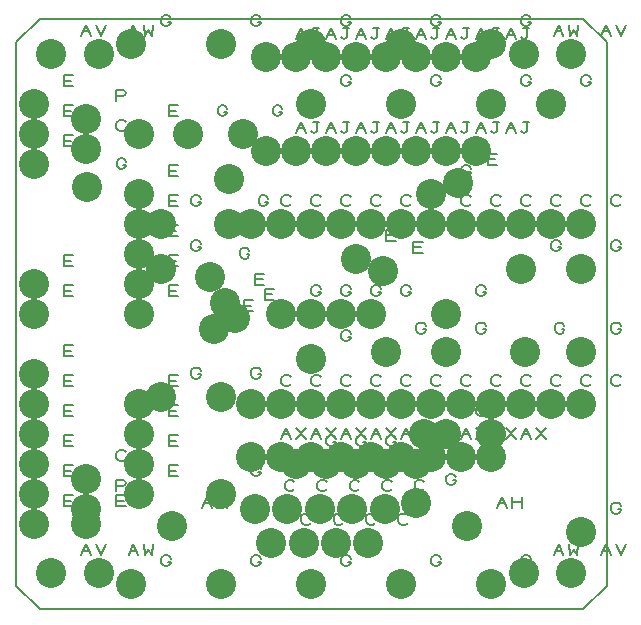
<source format=gbr>
G04 DesignSpark PCB PRO Gerber Version 10.0 Build 5299*
G04 #@! TF.Part,Single*
G04 #@! TF.FileFunction,Drillmap*
G04 #@! TF.FilePolarity,Positive*
%FSLAX35Y35*%
%MOIN*%
%ADD10C,0.00500*%
G04 #@! TA.AperFunction,ViaPad*
%ADD85C,0.10000*%
G04 #@! TD.AperFunction*
X0Y0D02*
D02*
D10*
X52750Y149351D02*
Y153101D01*
X55875D01*
X55250Y151226D02*
X52750D01*
Y149351D02*
X55875D01*
X52750Y159351D02*
Y163101D01*
X55875D01*
X55250Y161226D02*
X52750D01*
Y159351D02*
X55875D01*
X52750Y169351D02*
Y173101D01*
X55875D01*
X55250Y171226D02*
X52750D01*
Y169351D02*
X55875D01*
X52750Y179351D02*
Y183101D01*
X55875D01*
X55250Y181226D02*
X52750D01*
Y179351D02*
X55875D01*
X52750Y189351D02*
Y193101D01*
X55875D01*
X55250Y191226D02*
X52750D01*
Y189351D02*
X55875D01*
X52750Y199351D02*
Y203101D01*
X55875D01*
X55250Y201226D02*
X52750D01*
Y199351D02*
X55875D01*
X52750Y219351D02*
Y223101D01*
X55875D01*
X55250Y221226D02*
X52750D01*
Y219351D02*
X55875D01*
X52750Y229351D02*
Y233101D01*
X55875D01*
X55250Y231226D02*
X52750D01*
Y229351D02*
X55875D01*
X52750Y269351D02*
Y273101D01*
X55875D01*
X55250Y271226D02*
X52750D01*
Y269351D02*
X55875D01*
X52750Y279351D02*
Y283101D01*
X55875D01*
X55250Y281226D02*
X52750D01*
Y279351D02*
X55875D01*
X52750Y289351D02*
Y293101D01*
X55875D01*
X55250Y291226D02*
X52750D01*
Y289351D02*
X55875D01*
X58636Y132938D02*
X60198Y136688D01*
X61761Y132938D01*
X59261Y134500D02*
X61136D01*
X63636Y136688D02*
X65198Y132938D01*
X66761Y136688D01*
X58636Y306166D02*
X60198Y309916D01*
X61761Y306166D01*
X59261Y307729D02*
X61136D01*
X63636Y309916D02*
X65198Y306166D01*
X66761Y309916D01*
X70250Y149351D02*
Y153101D01*
X73375D01*
X72750Y151226D02*
X70250D01*
Y149351D02*
X73375D01*
X70250Y154351D02*
Y158101D01*
X72437D01*
X73063Y157789D01*
X73375Y157164D01*
X73063Y156539D01*
X72437Y156226D01*
X70250D01*
X73375Y164976D02*
X73063Y164664D01*
X72437Y164351D01*
X71500D01*
X70875Y164664D01*
X70563Y164976D01*
X70250Y165601D01*
Y166851D01*
X70563Y167476D01*
X70875Y167789D01*
X71500Y168101D01*
X72437D01*
X73063Y167789D01*
X73375Y167476D01*
Y274976D02*
X73063Y274664D01*
X72437Y274351D01*
X71500D01*
X70875Y274664D01*
X70563Y274976D01*
X70250Y275601D01*
Y276851D01*
X70563Y277476D01*
X70875Y277789D01*
X71500Y278101D01*
X72437D01*
X73063Y277789D01*
X73375Y277476D01*
X70250Y284351D02*
Y288101D01*
X72437D01*
X73063Y287789D01*
X73375Y287164D01*
X73063Y286539D01*
X72437Y286226D01*
X70250D01*
X72556Y263222D02*
X73493D01*
Y262909D01*
X73181Y262285D01*
X72868Y261972D01*
X72243Y261659D01*
X71618D01*
X70993Y261972D01*
X70681Y262285D01*
X70368Y262909D01*
Y264159D01*
X70681Y264785D01*
X70993Y265097D01*
X71618Y265409D01*
X72243D01*
X72868Y265097D01*
X73181Y264785D01*
X73493Y264159D01*
X74384Y132938D02*
X75946Y136688D01*
X77509Y132938D01*
X75009Y134500D02*
X76884D01*
X79384Y136688D02*
X79696Y132938D01*
X80946Y134813D01*
X82196Y132938D01*
X82509Y136688D01*
X74384Y306166D02*
X75946Y309916D01*
X77509Y306166D01*
X75009Y307729D02*
X76884D01*
X79384Y309916D02*
X79696Y306166D01*
X80946Y308041D01*
X82196Y306166D01*
X82509Y309916D01*
X87437Y130914D02*
X88375D01*
Y130601D01*
X88063Y129976D01*
X87750Y129664D01*
X87125Y129351D01*
X86500D01*
X85875Y129664D01*
X85563Y129976D01*
X85250Y130601D01*
Y131851D01*
X85563Y132476D01*
X85875Y132789D01*
X86500Y133101D01*
X87125D01*
X87750Y132789D01*
X88063Y132476D01*
X88375Y131851D01*
X87437Y310897D02*
X88375D01*
Y310584D01*
X88063Y309959D01*
X87750Y309647D01*
X87125Y309334D01*
X86500D01*
X85875Y309647D01*
X85563Y309959D01*
X85250Y310584D01*
Y311834D01*
X85563Y312459D01*
X85875Y312772D01*
X86500Y313084D01*
X87125D01*
X87750Y312772D01*
X88063Y312459D01*
X88375Y311834D01*
X87750Y159351D02*
Y163101D01*
X90875D01*
X90250Y161226D02*
X87750D01*
Y159351D02*
X90875D01*
X87750Y169351D02*
Y173101D01*
X90875D01*
X90250Y171226D02*
X87750D01*
Y169351D02*
X90875D01*
X87750Y179351D02*
Y183101D01*
X90875D01*
X90250Y181226D02*
X87750D01*
Y179351D02*
X90875D01*
X87750Y189351D02*
Y193101D01*
X90875D01*
X90250Y191226D02*
X87750D01*
Y189351D02*
X90875D01*
X87750Y219351D02*
Y223101D01*
X90875D01*
X90250Y221226D02*
X87750D01*
Y219351D02*
X90875D01*
X87750Y229351D02*
Y233101D01*
X90875D01*
X90250Y231226D02*
X87750D01*
Y229351D02*
X90875D01*
X87750Y239351D02*
Y243101D01*
X90875D01*
X90250Y241226D02*
X87750D01*
Y239351D02*
X90875D01*
X87750Y249351D02*
Y253101D01*
X90875D01*
X90250Y251226D02*
X87750D01*
Y249351D02*
X90875D01*
X87750Y259351D02*
Y263101D01*
X90875D01*
X90250Y261226D02*
X87750D01*
Y259351D02*
X90875D01*
X87750Y279351D02*
Y283101D01*
X90875D01*
X90250Y281226D02*
X87750D01*
Y279351D02*
X90875D01*
X97437Y193414D02*
X98375D01*
Y193101D01*
X98063Y192476D01*
X97750Y192164D01*
X97125Y191851D01*
X96500D01*
X95875Y192164D01*
X95563Y192476D01*
X95250Y193101D01*
Y194351D01*
X95563Y194976D01*
X95875Y195289D01*
X96500Y195601D01*
X97125D01*
X97750Y195289D01*
X98063Y194976D01*
X98375Y194351D01*
X97437Y235914D02*
X98375D01*
Y235601D01*
X98063Y234976D01*
X97750Y234664D01*
X97125Y234351D01*
X96500D01*
X95875Y234664D01*
X95563Y234976D01*
X95250Y235601D01*
Y236851D01*
X95563Y237476D01*
X95875Y237789D01*
X96500Y238101D01*
X97125D01*
X97750Y237789D01*
X98063Y237476D01*
X98375Y236851D01*
X97437Y250914D02*
X98375D01*
Y250601D01*
X98063Y249976D01*
X97750Y249664D01*
X97125Y249351D01*
X96500D01*
X95875Y249664D01*
X95563Y249976D01*
X95250Y250601D01*
Y251851D01*
X95563Y252476D01*
X95875Y252789D01*
X96500Y253101D01*
X97125D01*
X97750Y252789D01*
X98063Y252476D01*
X98375Y251851D01*
X98882Y148761D02*
X100444Y152511D01*
X102007Y148761D01*
X99507Y150323D02*
X101382D01*
X103882Y148761D02*
Y152511D01*
Y150636D02*
X107007D01*
Y148761D02*
Y152511D01*
X106252Y280914D02*
X107190D01*
Y280601D01*
X106878Y279976D01*
X106565Y279664D01*
X105940Y279351D01*
X105315D01*
X104690Y279664D01*
X104378Y279976D01*
X104065Y280601D01*
Y281851D01*
X104378Y282476D01*
X104690Y282789D01*
X105315Y283101D01*
X105940D01*
X106565Y282789D01*
X106878Y282476D01*
X107190Y281851D01*
X113687Y233414D02*
X114625D01*
Y233101D01*
X114313Y232476D01*
X114000Y232164D01*
X113375Y231851D01*
X112750D01*
X112125Y232164D01*
X111813Y232476D01*
X111500Y233101D01*
Y234351D01*
X111813Y234976D01*
X112125Y235289D01*
X112750Y235601D01*
X113375D01*
X114000Y235289D01*
X114313Y234976D01*
X114625Y234351D01*
X112750Y214351D02*
Y218101D01*
X115875D01*
X115250Y216226D02*
X112750D01*
Y214351D02*
X115875D01*
X117437Y130914D02*
X118375D01*
Y130601D01*
X118063Y129976D01*
X117750Y129664D01*
X117125Y129351D01*
X116500D01*
X115875Y129664D01*
X115563Y129976D01*
X115250Y130601D01*
Y131851D01*
X115563Y132476D01*
X115875Y132789D01*
X116500Y133101D01*
X117125D01*
X117750Y132789D01*
X118063Y132476D01*
X118375Y131851D01*
X117437Y160914D02*
X118375D01*
Y160601D01*
X118063Y159976D01*
X117750Y159664D01*
X117125Y159351D01*
X116500D01*
X115875Y159664D01*
X115563Y159976D01*
X115250Y160601D01*
Y161851D01*
X115563Y162476D01*
X115875Y162789D01*
X116500Y163101D01*
X117125D01*
X117750Y162789D01*
X118063Y162476D01*
X118375Y161851D01*
X117437Y193414D02*
X118375D01*
Y193101D01*
X118063Y192476D01*
X117750Y192164D01*
X117125Y191851D01*
X116500D01*
X115875Y192164D01*
X115563Y192476D01*
X115250Y193101D01*
Y194351D01*
X115563Y194976D01*
X115875Y195289D01*
X116500Y195601D01*
X117125D01*
X117750Y195289D01*
X118063Y194976D01*
X118375Y194351D01*
X117437Y310897D02*
X118375D01*
Y310584D01*
X118063Y309959D01*
X117750Y309647D01*
X117125Y309334D01*
X116500D01*
X115875Y309647D01*
X115563Y309959D01*
X115250Y310584D01*
Y311834D01*
X115563Y312459D01*
X115875Y312772D01*
X116500Y313084D01*
X117125D01*
X117750Y312772D01*
X118063Y312459D01*
X118375Y311834D01*
X116500Y223101D02*
Y226851D01*
X119625D01*
X119000Y224976D02*
X116500D01*
Y223101D02*
X119625D01*
X119856Y250914D02*
X120794D01*
Y250601D01*
X120481Y249976D01*
X120169Y249664D01*
X119544Y249351D01*
X118919D01*
X118294Y249664D01*
X117981Y249976D01*
X117669Y250601D01*
Y251851D01*
X117981Y252476D01*
X118294Y252789D01*
X118919Y253101D01*
X119544D01*
X120169Y252789D01*
X120481Y252476D01*
X120794Y251851D01*
X119856Y265914D02*
X120794D01*
Y265601D01*
X120481Y264976D01*
X120169Y264664D01*
X119544Y264351D01*
X118919D01*
X118294Y264664D01*
X117981Y264976D01*
X117669Y265601D01*
Y266851D01*
X117981Y267476D01*
X118294Y267789D01*
X118919Y268101D01*
X119544D01*
X120169Y267789D01*
X120481Y267476D01*
X120794Y266851D01*
X119750Y218101D02*
Y221851D01*
X122875D01*
X122250Y219976D02*
X119750D01*
Y218101D02*
X122875D01*
X124598Y280914D02*
X125536D01*
Y280601D01*
X125224Y279976D01*
X124911Y279664D01*
X124286Y279351D01*
X123661D01*
X123036Y279664D01*
X122724Y279976D01*
X122411Y280601D01*
Y281851D01*
X122724Y282476D01*
X123036Y282789D01*
X123661Y283101D01*
X124286D01*
X124911Y282789D01*
X125224Y282476D01*
X125536Y281851D01*
X125250Y171851D02*
X126813Y175601D01*
X128375Y171851D01*
X125875Y173414D02*
X127750D01*
X130250Y171851D02*
X133375Y175601D01*
X130250D02*
X133375Y171851D01*
X128375Y189976D02*
X128063Y189664D01*
X127437Y189351D01*
X126500D01*
X125875Y189664D01*
X125563Y189976D01*
X125250Y190601D01*
Y191851D01*
X125563Y192476D01*
X125875Y192789D01*
X126500Y193101D01*
X127437D01*
X128063Y192789D01*
X128375Y192476D01*
Y249976D02*
X128063Y249664D01*
X127437Y249351D01*
X126500D01*
X125875Y249664D01*
X125563Y249976D01*
X125250Y250601D01*
Y251851D01*
X125563Y252476D01*
X125875Y252789D01*
X126500Y253101D01*
X127437D01*
X128063Y252789D01*
X128375Y252476D01*
X129625Y154976D02*
X129313Y154664D01*
X128687Y154351D01*
X127750D01*
X127125Y154664D01*
X126813Y154976D01*
X126500Y155601D01*
Y156851D01*
X126813Y157476D01*
X127125Y157789D01*
X127750Y158101D01*
X128687D01*
X129313Y157789D01*
X129625Y157476D01*
X130250Y273721D02*
X131813Y277471D01*
X133375Y273721D01*
X130875Y275284D02*
X132750D01*
X135250Y274346D02*
X135563Y274034D01*
X136187Y273721D01*
X136813Y274034D01*
X137125Y274346D01*
Y277471D01*
X137750D01*
X137125D02*
X135875D01*
X130250Y304981D02*
X131813Y308731D01*
X133375Y304981D01*
X130875Y306544D02*
X132750D01*
X135250Y305606D02*
X135563Y305294D01*
X136187Y304981D01*
X136813Y305294D01*
X137125Y305606D01*
Y308731D01*
X137750D01*
X137125D02*
X135875D01*
X135019Y143795D02*
X134706Y143483D01*
X134081Y143170D01*
X133144D01*
X132519Y143483D01*
X132206Y143795D01*
X131894Y144420D01*
Y145670D01*
X132206Y146295D01*
X132519Y146608D01*
X133144Y146920D01*
X134081D01*
X134706Y146608D01*
X135019Y146295D01*
X135250Y171851D02*
X136813Y175601D01*
X138375Y171851D01*
X135875Y173414D02*
X137750D01*
X140250Y171851D02*
X143375Y175601D01*
X140250D02*
X143375Y171851D01*
X138375Y189976D02*
X138063Y189664D01*
X137437Y189351D01*
X136500D01*
X135875Y189664D01*
X135563Y189976D01*
X135250Y190601D01*
Y191851D01*
X135563Y192476D01*
X135875Y192789D01*
X136500Y193101D01*
X137437D01*
X138063Y192789D01*
X138375Y192476D01*
X137437Y220914D02*
X138375D01*
Y220601D01*
X138063Y219976D01*
X137750Y219664D01*
X137125Y219351D01*
X136500D01*
X135875Y219664D01*
X135563Y219976D01*
X135250Y220601D01*
Y221851D01*
X135563Y222476D01*
X135875Y222789D01*
X136500Y223101D01*
X137125D01*
X137750Y222789D01*
X138063Y222476D01*
X138375Y221851D01*
Y249976D02*
X138063Y249664D01*
X137437Y249351D01*
X136500D01*
X135875Y249664D01*
X135563Y249976D01*
X135250Y250601D01*
Y251851D01*
X135563Y252476D01*
X135875Y252789D01*
X136500Y253101D01*
X137437D01*
X138063Y252789D01*
X138375Y252476D01*
X140413Y154976D02*
X140100Y154664D01*
X139475Y154351D01*
X138537D01*
X137913Y154664D01*
X137600Y154976D01*
X137287Y155601D01*
Y156851D01*
X137600Y157476D01*
X137913Y157789D01*
X138537Y158101D01*
X139475D01*
X140100Y157789D01*
X140413Y157476D01*
X142437Y170914D02*
X143375D01*
Y170601D01*
X143063Y169976D01*
X142750Y169664D01*
X142125Y169351D01*
X141500D01*
X140875Y169664D01*
X140563Y169976D01*
X140250Y170601D01*
Y171851D01*
X140563Y172476D01*
X140875Y172789D01*
X141500Y173101D01*
X142125D01*
X142750Y172789D01*
X143063Y172476D01*
X143375Y171851D01*
X140250Y273721D02*
X141813Y277471D01*
X143375Y273721D01*
X140875Y275284D02*
X142750D01*
X145250Y274346D02*
X145563Y274034D01*
X146187Y273721D01*
X146813Y274034D01*
X147125Y274346D01*
Y277471D01*
X147750D01*
X147125D02*
X145875D01*
X140250Y304981D02*
X141813Y308731D01*
X143375Y304981D01*
X140875Y306544D02*
X142750D01*
X145250Y305606D02*
X145563Y305294D01*
X146187Y304981D01*
X146813Y305294D01*
X147125Y305606D01*
Y308731D01*
X147750D01*
X147125D02*
X145875D01*
X145806Y143795D02*
X145494Y143483D01*
X144869Y143170D01*
X143931D01*
X143306Y143483D01*
X142994Y143795D01*
X142681Y144420D01*
Y145670D01*
X142994Y146295D01*
X143306Y146608D01*
X143931Y146920D01*
X144869D01*
X145494Y146608D01*
X145806Y146295D01*
X147437Y130914D02*
X148375D01*
Y130601D01*
X148063Y129976D01*
X147750Y129664D01*
X147125Y129351D01*
X146500D01*
X145875Y129664D01*
X145563Y129976D01*
X145250Y130601D01*
Y131851D01*
X145563Y132476D01*
X145875Y132789D01*
X146500Y133101D01*
X147125D01*
X147750Y132789D01*
X148063Y132476D01*
X148375Y131851D01*
X145250Y171851D02*
X146813Y175601D01*
X148375Y171851D01*
X145875Y173414D02*
X147750D01*
X150250Y171851D02*
X153375Y175601D01*
X150250D02*
X153375Y171851D01*
X148375Y189976D02*
X148063Y189664D01*
X147437Y189351D01*
X146500D01*
X145875Y189664D01*
X145563Y189976D01*
X145250Y190601D01*
Y191851D01*
X145563Y192476D01*
X145875Y192789D01*
X146500Y193101D01*
X147437D01*
X148063Y192789D01*
X148375Y192476D01*
X147437Y205914D02*
X148375D01*
Y205601D01*
X148063Y204976D01*
X147750Y204664D01*
X147125Y204351D01*
X146500D01*
X145875Y204664D01*
X145563Y204976D01*
X145250Y205601D01*
Y206851D01*
X145563Y207476D01*
X145875Y207789D01*
X146500Y208101D01*
X147125D01*
X147750Y207789D01*
X148063Y207476D01*
X148375Y206851D01*
X147437Y220914D02*
X148375D01*
Y220601D01*
X148063Y219976D01*
X147750Y219664D01*
X147125Y219351D01*
X146500D01*
X145875Y219664D01*
X145563Y219976D01*
X145250Y220601D01*
Y221851D01*
X145563Y222476D01*
X145875Y222789D01*
X146500Y223101D01*
X147125D01*
X147750Y222789D01*
X148063Y222476D01*
X148375Y221851D01*
Y249976D02*
X148063Y249664D01*
X147437Y249351D01*
X146500D01*
X145875Y249664D01*
X145563Y249976D01*
X145250Y250601D01*
Y251851D01*
X145563Y252476D01*
X145875Y252789D01*
X146500Y253101D01*
X147437D01*
X148063Y252789D01*
X148375Y252476D01*
X147437Y290914D02*
X148375D01*
Y290601D01*
X148063Y289976D01*
X147750Y289664D01*
X147125Y289351D01*
X146500D01*
X145875Y289664D01*
X145563Y289976D01*
X145250Y290601D01*
Y291851D01*
X145563Y292476D01*
X145875Y292789D01*
X146500Y293101D01*
X147125D01*
X147750Y292789D01*
X148063Y292476D01*
X148375Y291851D01*
X147437Y310914D02*
X148375D01*
Y310601D01*
X148063Y309976D01*
X147750Y309664D01*
X147125Y309351D01*
X146500D01*
X145875Y309664D01*
X145563Y309976D01*
X145250Y310601D01*
Y311851D01*
X145563Y312476D01*
X145875Y312789D01*
X146500Y313101D01*
X147125D01*
X147750Y312789D01*
X148063Y312476D01*
X148375Y311851D01*
X151200Y154976D02*
X150887Y154664D01*
X150262Y154351D01*
X149325D01*
X148700Y154664D01*
X148387Y154976D01*
X148075Y155601D01*
Y156851D01*
X148387Y157476D01*
X148700Y157789D01*
X149325Y158101D01*
X150262D01*
X150887Y157789D01*
X151200Y157476D01*
X152437Y170914D02*
X153375D01*
Y170601D01*
X153063Y169976D01*
X152750Y169664D01*
X152125Y169351D01*
X151500D01*
X150875Y169664D01*
X150563Y169976D01*
X150250Y170601D01*
Y171851D01*
X150563Y172476D01*
X150875Y172789D01*
X151500Y173101D01*
X152125D01*
X152750Y172789D01*
X153063Y172476D01*
X153375Y171851D01*
X150250Y273721D02*
X151813Y277471D01*
X153375Y273721D01*
X150875Y275284D02*
X152750D01*
X155250Y274346D02*
X155563Y274034D01*
X156187Y273721D01*
X156813Y274034D01*
X157125Y274346D01*
Y277471D01*
X157750D01*
X157125D02*
X155875D01*
X150250Y304981D02*
X151813Y308731D01*
X153375Y304981D01*
X150875Y306544D02*
X152750D01*
X155250Y305606D02*
X155563Y305294D01*
X156187Y304981D01*
X156813Y305294D01*
X157125Y305606D01*
Y308731D01*
X157750D01*
X157125D02*
X155875D01*
X156594Y143795D02*
X156281Y143483D01*
X155656Y143170D01*
X154719D01*
X154094Y143483D01*
X153781Y143795D01*
X153469Y144420D01*
Y145670D01*
X153781Y146295D01*
X154094Y146608D01*
X154719Y146920D01*
X155656D01*
X156281Y146608D01*
X156594Y146295D01*
X155250Y171851D02*
X156813Y175601D01*
X158375Y171851D01*
X155875Y173414D02*
X157750D01*
X160250Y171851D02*
X163375Y175601D01*
X160250D02*
X163375Y171851D01*
X158375Y189976D02*
X158063Y189664D01*
X157437Y189351D01*
X156500D01*
X155875Y189664D01*
X155563Y189976D01*
X155250Y190601D01*
Y191851D01*
X155563Y192476D01*
X155875Y192789D01*
X156500Y193101D01*
X157437D01*
X158063Y192789D01*
X158375Y192476D01*
X157437Y220914D02*
X158375D01*
Y220601D01*
X158063Y219976D01*
X157750Y219664D01*
X157125Y219351D01*
X156500D01*
X155875Y219664D01*
X155563Y219976D01*
X155250Y220601D01*
Y221851D01*
X155563Y222476D01*
X155875Y222789D01*
X156500Y223101D01*
X157125D01*
X157750Y222789D01*
X158063Y222476D01*
X158375Y221851D01*
Y249976D02*
X158063Y249664D01*
X157437Y249351D01*
X156500D01*
X155875Y249664D01*
X155563Y249976D01*
X155250Y250601D01*
Y251851D01*
X155563Y252476D01*
X155875Y252789D01*
X156500Y253101D01*
X157437D01*
X158063Y252789D01*
X158375Y252476D01*
X161987Y154976D02*
X161675Y154664D01*
X161050Y154351D01*
X160112D01*
X159487Y154664D01*
X159175Y154976D01*
X158862Y155601D01*
Y156851D01*
X159175Y157476D01*
X159487Y157789D01*
X160112Y158101D01*
X161050D01*
X161675Y157789D01*
X161987Y157476D01*
X162437Y170914D02*
X163375D01*
Y170601D01*
X163063Y169976D01*
X162750Y169664D01*
X162125Y169351D01*
X161500D01*
X160875Y169664D01*
X160563Y169976D01*
X160250Y170601D01*
Y171851D01*
X160563Y172476D01*
X160875Y172789D01*
X161500Y173101D01*
X162125D01*
X162750Y172789D01*
X163063Y172476D01*
X163375Y171851D01*
X160250Y237851D02*
Y241601D01*
X163375D01*
X162750Y239726D02*
X160250D01*
Y237851D02*
X163375D01*
X160250Y273721D02*
X161813Y277471D01*
X163375Y273721D01*
X160875Y275284D02*
X162750D01*
X165250Y274346D02*
X165563Y274034D01*
X166187Y273721D01*
X166813Y274034D01*
X167125Y274346D01*
Y277471D01*
X167750D01*
X167125D02*
X165875D01*
X160250Y304981D02*
X161813Y308731D01*
X163375Y304981D01*
X160875Y306544D02*
X162750D01*
X165250Y305606D02*
X165563Y305294D01*
X166187Y304981D01*
X166813Y305294D01*
X167125Y305606D01*
Y308731D01*
X167750D01*
X167125D02*
X165875D01*
X167381Y143795D02*
X167069Y143483D01*
X166443Y143170D01*
X165506D01*
X164881Y143483D01*
X164569Y143795D01*
X164256Y144420D01*
Y145670D01*
X164569Y146295D01*
X164881Y146608D01*
X165506Y146920D01*
X166443D01*
X167069Y146608D01*
X167381Y146295D01*
X165250Y171851D02*
X166813Y175601D01*
X168375Y171851D01*
X165875Y173414D02*
X167750D01*
X170250Y171851D02*
X173375Y175601D01*
X170250D02*
X173375Y171851D01*
X168375Y189976D02*
X168063Y189664D01*
X167437Y189351D01*
X166500D01*
X165875Y189664D01*
X165563Y189976D01*
X165250Y190601D01*
Y191851D01*
X165563Y192476D01*
X165875Y192789D01*
X166500Y193101D01*
X167437D01*
X168063Y192789D01*
X168375Y192476D01*
X167437Y220914D02*
X168375D01*
Y220601D01*
X168063Y219976D01*
X167750Y219664D01*
X167125Y219351D01*
X166500D01*
X165875Y219664D01*
X165563Y219976D01*
X165250Y220601D01*
Y221851D01*
X165563Y222476D01*
X165875Y222789D01*
X166500Y223101D01*
X167125D01*
X167750Y222789D01*
X168063Y222476D01*
X168375Y221851D01*
Y249976D02*
X168063Y249664D01*
X167437Y249351D01*
X166500D01*
X165875Y249664D01*
X165563Y249976D01*
X165250Y250601D01*
Y251851D01*
X165563Y252476D01*
X165875Y252789D01*
X166500Y253101D01*
X167437D01*
X168063Y252789D01*
X168375Y252476D01*
X169250Y233851D02*
Y237601D01*
X172375D01*
X171750Y235726D02*
X169250D01*
Y233851D02*
X172375D01*
X172775Y154976D02*
X172462Y154664D01*
X171837Y154351D01*
X170900D01*
X170275Y154664D01*
X169962Y154976D01*
X169650Y155601D01*
Y156851D01*
X169962Y157476D01*
X170275Y157789D01*
X170900Y158101D01*
X171837D01*
X172462Y157789D01*
X172775Y157476D01*
X172437Y170914D02*
X173375D01*
Y170601D01*
X173063Y169976D01*
X172750Y169664D01*
X172125Y169351D01*
X171500D01*
X170875Y169664D01*
X170563Y169976D01*
X170250Y170601D01*
Y171851D01*
X170563Y172476D01*
X170875Y172789D01*
X171500Y173101D01*
X172125D01*
X172750Y172789D01*
X173063Y172476D01*
X173375Y171851D01*
X172437Y208414D02*
X173375D01*
Y208101D01*
X173063Y207476D01*
X172750Y207164D01*
X172125Y206851D01*
X171500D01*
X170875Y207164D01*
X170563Y207476D01*
X170250Y208101D01*
Y209351D01*
X170563Y209976D01*
X170875Y210289D01*
X171500Y210601D01*
X172125D01*
X172750Y210289D01*
X173063Y209976D01*
X173375Y209351D01*
X170250Y273721D02*
X171813Y277471D01*
X173375Y273721D01*
X170875Y275284D02*
X172750D01*
X175250Y274346D02*
X175563Y274034D01*
X176187Y273721D01*
X176813Y274034D01*
X177125Y274346D01*
Y277471D01*
X177750D01*
X177125D02*
X175875D01*
X170250Y304981D02*
X171813Y308731D01*
X173375Y304981D01*
X170875Y306544D02*
X172750D01*
X175250Y305606D02*
X175563Y305294D01*
X176187Y304981D01*
X176813Y305294D01*
X177125Y305606D01*
Y308731D01*
X177750D01*
X177125D02*
X175875D01*
X177437Y130914D02*
X178375D01*
Y130601D01*
X178063Y129976D01*
X177750Y129664D01*
X177125Y129351D01*
X176500D01*
X175875Y129664D01*
X175563Y129976D01*
X175250Y130601D01*
Y131851D01*
X175563Y132476D01*
X175875Y132789D01*
X176500Y133101D01*
X177125D01*
X177750Y132789D01*
X178063Y132476D01*
X178375Y131851D01*
X175250Y171851D02*
X176813Y175601D01*
X178375Y171851D01*
X175875Y173414D02*
X177750D01*
X180250Y171851D02*
X183375Y175601D01*
X180250D02*
X183375Y171851D01*
X178375Y189976D02*
X178063Y189664D01*
X177437Y189351D01*
X176500D01*
X175875Y189664D01*
X175563Y189976D01*
X175250Y190601D01*
Y191851D01*
X175563Y192476D01*
X175875Y192789D01*
X176500Y193101D01*
X177437D01*
X178063Y192789D01*
X178375Y192476D01*
Y249976D02*
X178063Y249664D01*
X177437Y249351D01*
X176500D01*
X175875Y249664D01*
X175563Y249976D01*
X175250Y250601D01*
Y251851D01*
X175563Y252476D01*
X175875Y252789D01*
X176500Y253101D01*
X177437D01*
X178063Y252789D01*
X178375Y252476D01*
X177437Y290914D02*
X178375D01*
Y290601D01*
X178063Y289976D01*
X177750Y289664D01*
X177125Y289351D01*
X176500D01*
X175875Y289664D01*
X175563Y289976D01*
X175250Y290601D01*
Y291851D01*
X175563Y292476D01*
X175875Y292789D01*
X176500Y293101D01*
X177125D01*
X177750Y292789D01*
X178063Y292476D01*
X178375Y291851D01*
X177437Y310914D02*
X178375D01*
Y310601D01*
X178063Y309976D01*
X177750Y309664D01*
X177125Y309351D01*
X176500D01*
X175875Y309664D01*
X175563Y309976D01*
X175250Y310601D01*
Y311851D01*
X175563Y312476D01*
X175875Y312789D01*
X176500Y313101D01*
X177125D01*
X177750Y312789D01*
X178063Y312476D01*
X178375Y311851D01*
X182437Y158013D02*
X183375D01*
Y157700D01*
X183063Y157076D01*
X182750Y156763D01*
X182125Y156450D01*
X181500D01*
X180875Y156763D01*
X180563Y157076D01*
X180250Y157700D01*
Y158950D01*
X180563Y159576D01*
X180875Y159888D01*
X181500Y160200D01*
X182125D01*
X182750Y159888D01*
X183063Y159576D01*
X183375Y158950D01*
X182437Y170914D02*
X183375D01*
Y170601D01*
X183063Y169976D01*
X182750Y169664D01*
X182125Y169351D01*
X181500D01*
X180875Y169664D01*
X180563Y169976D01*
X180250Y170601D01*
Y171851D01*
X180563Y172476D01*
X180875Y172789D01*
X181500Y173101D01*
X182125D01*
X182750Y172789D01*
X183063Y172476D01*
X183375Y171851D01*
X180250Y273721D02*
X181813Y277471D01*
X183375Y273721D01*
X180875Y275284D02*
X182750D01*
X185250Y274346D02*
X185563Y274034D01*
X186187Y273721D01*
X186813Y274034D01*
X187125Y274346D01*
Y277471D01*
X187750D01*
X187125D02*
X185875D01*
X180250Y304981D02*
X181813Y308731D01*
X183375Y304981D01*
X180875Y306544D02*
X182750D01*
X185250Y305606D02*
X185563Y305294D01*
X186187Y304981D01*
X186813Y305294D01*
X187125Y305606D01*
Y308731D01*
X187750D01*
X187125D02*
X185875D01*
X184937Y180914D02*
X185875D01*
Y180601D01*
X185563Y179976D01*
X185250Y179664D01*
X184625Y179351D01*
X184000D01*
X183375Y179664D01*
X183063Y179976D01*
X182750Y180601D01*
Y181851D01*
X183063Y182476D01*
X183375Y182789D01*
X184000Y183101D01*
X184625D01*
X185250Y182789D01*
X185563Y182476D01*
X185875Y181851D01*
X185250Y171851D02*
X186813Y175601D01*
X188375Y171851D01*
X185875Y173414D02*
X187750D01*
X190250Y171851D02*
X193375Y175601D01*
X190250D02*
X193375Y171851D01*
X188375Y189976D02*
X188063Y189664D01*
X187437Y189351D01*
X186500D01*
X185875Y189664D01*
X185563Y189976D01*
X185250Y190601D01*
Y191851D01*
X185563Y192476D01*
X185875Y192789D01*
X186500Y193101D01*
X187437D01*
X188063Y192789D01*
X188375Y192476D01*
Y249976D02*
X188063Y249664D01*
X187437Y249351D01*
X186500D01*
X185875Y249664D01*
X185563Y249976D01*
X185250Y250601D01*
Y251851D01*
X185563Y252476D01*
X185875Y252789D01*
X186500Y253101D01*
X187437D01*
X188063Y252789D01*
X188375Y252476D01*
X187437Y260914D02*
X188375D01*
Y260601D01*
X188063Y259976D01*
X187750Y259664D01*
X187125Y259351D01*
X186500D01*
X185875Y259664D01*
X185563Y259976D01*
X185250Y260601D01*
Y261851D01*
X185563Y262476D01*
X185875Y262789D01*
X186500Y263101D01*
X187125D01*
X187750Y262789D01*
X188063Y262476D01*
X188375Y261851D01*
X192367Y180914D02*
X193304D01*
Y180601D01*
X192992Y179976D01*
X192679Y179664D01*
X192054Y179351D01*
X191429D01*
X190804Y179664D01*
X190492Y179976D01*
X190179Y180601D01*
Y181851D01*
X190492Y182476D01*
X190804Y182789D01*
X191429Y183101D01*
X192054D01*
X192679Y182789D01*
X192992Y182476D01*
X193304Y181851D01*
X192437Y208414D02*
X193375D01*
Y208101D01*
X193063Y207476D01*
X192750Y207164D01*
X192125Y206851D01*
X191500D01*
X190875Y207164D01*
X190563Y207476D01*
X190250Y208101D01*
Y209351D01*
X190563Y209976D01*
X190875Y210289D01*
X191500Y210601D01*
X192125D01*
X192750Y210289D01*
X193063Y209976D01*
X193375Y209351D01*
X190250Y273721D02*
X191813Y277471D01*
X193375Y273721D01*
X190875Y275284D02*
X192750D01*
X195250Y274346D02*
X195563Y274034D01*
X196187Y273721D01*
X196813Y274034D01*
X197125Y274346D01*
Y277471D01*
X197750D01*
X197125D02*
X195875D01*
X190250Y304981D02*
X191813Y308731D01*
X193375Y304981D01*
X190875Y306544D02*
X192750D01*
X195250Y305606D02*
X195563Y305294D01*
X196187Y304981D01*
X196813Y305294D01*
X197125Y305606D01*
Y308731D01*
X197750D01*
X197125D02*
X195875D01*
X192491Y220914D02*
X193429D01*
Y220601D01*
X193117Y219976D01*
X192804Y219664D01*
X192179Y219351D01*
X191554D01*
X190929Y219664D01*
X190617Y219976D01*
X190304Y220601D01*
Y221851D01*
X190617Y222476D01*
X190929Y222789D01*
X191554Y223101D01*
X192179D01*
X192804Y222789D01*
X193117Y222476D01*
X193429Y221851D01*
X194000Y263101D02*
Y266851D01*
X197125D01*
X196500Y264976D02*
X194000D01*
Y263101D02*
X197125D01*
X195250Y171851D02*
X196813Y175601D01*
X198375Y171851D01*
X195875Y173414D02*
X197750D01*
X200250Y171851D02*
X203375Y175601D01*
X200250D02*
X203375Y171851D01*
X198375Y189976D02*
X198063Y189664D01*
X197437Y189351D01*
X196500D01*
X195875Y189664D01*
X195563Y189976D01*
X195250Y190601D01*
Y191851D01*
X195563Y192476D01*
X195875Y192789D01*
X196500Y193101D01*
X197437D01*
X198063Y192789D01*
X198375Y192476D01*
Y249976D02*
X198063Y249664D01*
X197437Y249351D01*
X196500D01*
X195875Y249664D01*
X195563Y249976D01*
X195250Y250601D01*
Y251851D01*
X195563Y252476D01*
X195875Y252789D01*
X196500Y253101D01*
X197437D01*
X198063Y252789D01*
X198375Y252476D01*
X197268Y148761D02*
X198830Y152511D01*
X200393Y148761D01*
X197893Y150323D02*
X199768D01*
X202268Y148761D02*
Y152511D01*
Y150636D02*
X205393D01*
Y148761D02*
Y152511D01*
X200250Y273721D02*
X201813Y277471D01*
X203375Y273721D01*
X200875Y275284D02*
X202750D01*
X205250Y274346D02*
X205563Y274034D01*
X206187Y273721D01*
X206813Y274034D01*
X207125Y274346D01*
Y277471D01*
X207750D01*
X207125D02*
X205875D01*
X200250Y304981D02*
X201813Y308731D01*
X203375Y304981D01*
X200875Y306544D02*
X202750D01*
X205250Y305606D02*
X205563Y305294D01*
X206187Y304981D01*
X206813Y305294D01*
X207125Y305606D01*
Y308731D01*
X207750D01*
X207125D02*
X205875D01*
X207437Y130914D02*
X208375D01*
Y130601D01*
X208063Y129976D01*
X207750Y129664D01*
X207125Y129351D01*
X206500D01*
X205875Y129664D01*
X205563Y129976D01*
X205250Y130601D01*
Y131851D01*
X205563Y132476D01*
X205875Y132789D01*
X206500Y133101D01*
X207125D01*
X207750Y132789D01*
X208063Y132476D01*
X208375Y131851D01*
X205250Y171851D02*
X206813Y175601D01*
X208375Y171851D01*
X205875Y173414D02*
X207750D01*
X210250Y171851D02*
X213375Y175601D01*
X210250D02*
X213375Y171851D01*
X207437Y180914D02*
X208375D01*
Y180601D01*
X208063Y179976D01*
X207750Y179664D01*
X207125Y179351D01*
X206500D01*
X205875Y179664D01*
X205563Y179976D01*
X205250Y180601D01*
Y181851D01*
X205563Y182476D01*
X205875Y182789D01*
X206500Y183101D01*
X207125D01*
X207750Y182789D01*
X208063Y182476D01*
X208375Y181851D01*
Y189976D02*
X208063Y189664D01*
X207437Y189351D01*
X206500D01*
X205875Y189664D01*
X205563Y189976D01*
X205250Y190601D01*
Y191851D01*
X205563Y192476D01*
X205875Y192789D01*
X206500Y193101D01*
X207437D01*
X208063Y192789D01*
X208375Y192476D01*
Y249976D02*
X208063Y249664D01*
X207437Y249351D01*
X206500D01*
X205875Y249664D01*
X205563Y249976D01*
X205250Y250601D01*
Y251851D01*
X205563Y252476D01*
X205875Y252789D01*
X206500Y253101D01*
X207437D01*
X208063Y252789D01*
X208375Y252476D01*
X207437Y290914D02*
X208375D01*
Y290601D01*
X208063Y289976D01*
X207750Y289664D01*
X207125Y289351D01*
X206500D01*
X205875Y289664D01*
X205563Y289976D01*
X205250Y290601D01*
Y291851D01*
X205563Y292476D01*
X205875Y292789D01*
X206500Y293101D01*
X207125D01*
X207750Y292789D01*
X208063Y292476D01*
X208375Y291851D01*
X207437Y310897D02*
X208375D01*
Y310584D01*
X208063Y309959D01*
X207750Y309647D01*
X207125Y309334D01*
X206500D01*
X205875Y309647D01*
X205563Y309959D01*
X205250Y310584D01*
Y311834D01*
X205563Y312459D01*
X205875Y312772D01*
X206500Y313084D01*
X207125D01*
X207750Y312772D01*
X208063Y312459D01*
X208375Y311834D01*
X218375Y189976D02*
X218063Y189664D01*
X217437Y189351D01*
X216500D01*
X215875Y189664D01*
X215563Y189976D01*
X215250Y190601D01*
Y191851D01*
X215563Y192476D01*
X215875Y192789D01*
X216500Y193101D01*
X217437D01*
X218063Y192789D01*
X218375Y192476D01*
X217437Y235914D02*
X218375D01*
Y235601D01*
X218063Y234976D01*
X217750Y234664D01*
X217125Y234351D01*
X216500D01*
X215875Y234664D01*
X215563Y234976D01*
X215250Y235601D01*
Y236851D01*
X215563Y237476D01*
X215875Y237789D01*
X216500Y238101D01*
X217125D01*
X217750Y237789D01*
X218063Y237476D01*
X218375Y236851D01*
Y249976D02*
X218063Y249664D01*
X217437Y249351D01*
X216500D01*
X215875Y249664D01*
X215563Y249976D01*
X215250Y250601D01*
Y251851D01*
X215563Y252476D01*
X215875Y252789D01*
X216500Y253101D01*
X217437D01*
X218063Y252789D01*
X218375Y252476D01*
X216116Y132938D02*
X217679Y136688D01*
X219241Y132938D01*
X216741Y134500D02*
X218616D01*
X221116Y136688D02*
X221429Y132938D01*
X222679Y134813D01*
X223929Y132938D01*
X224241Y136688D01*
X216116Y306166D02*
X217679Y309916D01*
X219241Y306166D01*
X216741Y307729D02*
X218616D01*
X221116Y309916D02*
X221429Y306166D01*
X222679Y308041D01*
X223929Y306166D01*
X224241Y309916D01*
X218687Y208414D02*
X219625D01*
Y208101D01*
X219313Y207476D01*
X219000Y207164D01*
X218375Y206851D01*
X217750D01*
X217125Y207164D01*
X216813Y207476D01*
X216500Y208101D01*
Y209351D01*
X216813Y209976D01*
X217125Y210289D01*
X217750Y210601D01*
X218375D01*
X219000Y210289D01*
X219313Y209976D01*
X219625Y209351D01*
X228375Y189976D02*
X228063Y189664D01*
X227437Y189351D01*
X226500D01*
X225875Y189664D01*
X225563Y189976D01*
X225250Y190601D01*
Y191851D01*
X225563Y192476D01*
X225875Y192789D01*
X226500Y193101D01*
X227437D01*
X228063Y192789D01*
X228375Y192476D01*
Y249976D02*
X228063Y249664D01*
X227437Y249351D01*
X226500D01*
X225875Y249664D01*
X225563Y249976D01*
X225250Y250601D01*
Y251851D01*
X225563Y252476D01*
X225875Y252789D01*
X226500Y253101D01*
X227437D01*
X228063Y252789D01*
X228375Y252476D01*
X227437Y290914D02*
X228375D01*
Y290601D01*
X228063Y289976D01*
X227750Y289664D01*
X227125Y289351D01*
X226500D01*
X225875Y289664D01*
X225563Y289976D01*
X225250Y290601D01*
Y291851D01*
X225563Y292476D01*
X225875Y292789D01*
X226500Y293101D01*
X227125D01*
X227750Y292789D01*
X228063Y292476D01*
X228375Y291851D01*
X225801Y311839D02*
X233675Y303965D01*
Y122863D01*
X225801Y114989D01*
X44699D01*
X36825Y122863D01*
Y303965D01*
X44699Y311839D01*
X225801D01*
X231864Y132938D02*
X233427Y136688D01*
X234989Y132938D01*
X232489Y134500D02*
X234364D01*
X236864Y136688D02*
X238427Y132938D01*
X239989Y136688D01*
X231864Y306166D02*
X233427Y309916D01*
X234989Y306166D01*
X232489Y307729D02*
X234364D01*
X236864Y309916D02*
X238427Y306166D01*
X239989Y309916D01*
X237437Y148414D02*
X238375D01*
Y148101D01*
X238063Y147476D01*
X237750Y147164D01*
X237125Y146851D01*
X236500D01*
X235875Y147164D01*
X235563Y147476D01*
X235250Y148101D01*
Y149351D01*
X235563Y149976D01*
X235875Y150289D01*
X236500Y150601D01*
X237125D01*
X237750Y150289D01*
X238063Y149976D01*
X238375Y149351D01*
Y189976D02*
X238063Y189664D01*
X237437Y189351D01*
X236500D01*
X235875Y189664D01*
X235563Y189976D01*
X235250Y190601D01*
Y191851D01*
X235563Y192476D01*
X235875Y192789D01*
X236500Y193101D01*
X237437D01*
X238063Y192789D01*
X238375Y192476D01*
X237437Y208414D02*
X238375D01*
Y208101D01*
X238063Y207476D01*
X237750Y207164D01*
X237125Y206851D01*
X236500D01*
X235875Y207164D01*
X235563Y207476D01*
X235250Y208101D01*
Y209351D01*
X235563Y209976D01*
X235875Y210289D01*
X236500Y210601D01*
X237125D01*
X237750Y210289D01*
X238063Y209976D01*
X238375Y209351D01*
X237437Y235914D02*
X238375D01*
Y235601D01*
X238063Y234976D01*
X237750Y234664D01*
X237125Y234351D01*
X236500D01*
X235875Y234664D01*
X235563Y234976D01*
X235250Y235601D01*
Y236851D01*
X235563Y237476D01*
X235875Y237789D01*
X236500Y238101D01*
X237125D01*
X237750Y237789D01*
X238063Y237476D01*
X238375Y236851D01*
Y249976D02*
X238063Y249664D01*
X237437Y249351D01*
X236500D01*
X235875Y249664D01*
X235563Y249976D01*
X235250Y250601D01*
Y251851D01*
X235563Y252476D01*
X235875Y252789D01*
X236500Y253101D01*
X237437D01*
X238063Y252789D01*
X238375Y252476D01*
D02*
D85*
X42750Y143414D03*
Y153414D03*
Y163414D03*
Y173414D03*
Y183414D03*
Y193414D03*
Y213414D03*
Y223414D03*
Y263414D03*
Y273414D03*
Y283414D03*
X48636Y127000D03*
Y300229D03*
X60250Y143414D03*
Y148414D03*
Y158414D03*
Y268414D03*
Y278414D03*
X60368Y255722D03*
X64384Y127000D03*
Y300229D03*
X75250Y123414D03*
Y303397D03*
X77750Y153414D03*
Y163414D03*
Y173414D03*
Y183414D03*
Y213414D03*
Y223414D03*
Y233414D03*
Y243414D03*
Y253414D03*
Y273414D03*
X85250Y185914D03*
Y228414D03*
Y243414D03*
X88882Y142823D03*
X94065Y273414D03*
X101500Y225914D03*
X102750Y208414D03*
X105250Y123414D03*
Y153414D03*
Y185914D03*
Y303397D03*
X106500Y217164D03*
X107669Y243414D03*
Y258414D03*
X109750Y212164D03*
X112411Y273414D03*
X115250Y165914D03*
Y183414D03*
Y243414D03*
X116500Y148414D03*
X120250Y267784D03*
Y299044D03*
X121894Y137233D03*
X125250Y165914D03*
Y183414D03*
Y213414D03*
Y243414D03*
X127287Y148414D03*
X130250Y163414D03*
Y267784D03*
Y299044D03*
X132681Y137233D03*
X135250Y123414D03*
Y165914D03*
Y183414D03*
Y198414D03*
Y213414D03*
Y243414D03*
Y283414D03*
Y303414D03*
X138075Y148414D03*
X140250Y163414D03*
Y267784D03*
Y299044D03*
X143469Y137233D03*
X145250Y165914D03*
Y183414D03*
Y213414D03*
Y243414D03*
X148862Y148414D03*
X150250Y163414D03*
Y231914D03*
Y267784D03*
Y299044D03*
X154256Y137233D03*
X155250Y165914D03*
Y183414D03*
Y213414D03*
Y243414D03*
X159250Y227914D03*
X159650Y148414D03*
X160250Y163414D03*
Y200914D03*
Y267784D03*
Y299044D03*
X165250Y123414D03*
Y165914D03*
Y183414D03*
Y243414D03*
Y283414D03*
Y303414D03*
X170250Y150513D03*
Y163414D03*
Y267784D03*
Y299044D03*
X172750Y173414D03*
X175250Y165914D03*
Y183414D03*
Y243414D03*
Y253414D03*
X180179Y173414D03*
X180250Y200914D03*
Y267784D03*
Y299044D03*
X180304Y213414D03*
X184000Y257164D03*
X185250Y165914D03*
Y183414D03*
Y243414D03*
X187268Y142823D03*
X190250Y267784D03*
Y299044D03*
X195250Y123414D03*
Y165914D03*
Y173414D03*
Y183414D03*
Y243414D03*
Y283414D03*
Y303397D03*
X205250Y183414D03*
Y228414D03*
Y243414D03*
X206116Y127000D03*
Y300229D03*
X206500Y200914D03*
X215250Y183414D03*
Y243414D03*
Y283414D03*
X221864Y127000D03*
Y300229D03*
X225250Y140914D03*
Y183414D03*
Y200914D03*
Y228414D03*
Y243414D03*
X0Y0D02*
M02*

</source>
